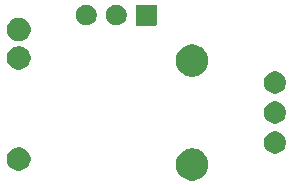
<source format=gbr>
%TF.GenerationSoftware,KiCad,Pcbnew,9.0.3-9.0.3-0~ubuntu22.04.1*%
%TF.CreationDate,2025-07-27T08:05:43-07:00*%
%TF.ProjectId,mixer-chan,6d697865-722d-4636-9861-6e2e6b696361,rev?*%
%TF.SameCoordinates,Original*%
%TF.FileFunction,Soldermask,Bot*%
%TF.FilePolarity,Negative*%
%FSLAX46Y46*%
G04 Gerber Fmt 4.6, Leading zero omitted, Abs format (unit mm)*
G04 Created by KiCad (PCBNEW 9.0.3-9.0.3-0~ubuntu22.04.1) date 2025-07-27 08:05:43*
%MOMM*%
%LPD*%
G01*
G04 APERTURE LIST*
G04 APERTURE END LIST*
G36*
X140722013Y-95770758D02*
G01*
X140926693Y-95837262D01*
X141118450Y-95934967D01*
X141292561Y-96061466D01*
X141444740Y-96213645D01*
X141571239Y-96387756D01*
X141668944Y-96579513D01*
X141735448Y-96784193D01*
X141769115Y-96996756D01*
X141769115Y-97211970D01*
X141735448Y-97424533D01*
X141668944Y-97629213D01*
X141571239Y-97820970D01*
X141444740Y-97995081D01*
X141292561Y-98147260D01*
X141118450Y-98273759D01*
X140926693Y-98371464D01*
X140722013Y-98437968D01*
X140509450Y-98471635D01*
X140294236Y-98471635D01*
X140081673Y-98437968D01*
X139876993Y-98371464D01*
X139685236Y-98273759D01*
X139511125Y-98147260D01*
X139358946Y-97995081D01*
X139232447Y-97820970D01*
X139134742Y-97629213D01*
X139068238Y-97424533D01*
X139034571Y-97211970D01*
X139034571Y-96996756D01*
X139068238Y-96784193D01*
X139134742Y-96579513D01*
X139232447Y-96387756D01*
X139358946Y-96213645D01*
X139511125Y-96061466D01*
X139685236Y-95934967D01*
X139876993Y-95837262D01*
X140081673Y-95770758D01*
X140294236Y-95737091D01*
X140509450Y-95737091D01*
X140722013Y-95770758D01*
G37*
G36*
X126021214Y-95686997D02*
G01*
X126202905Y-95762257D01*
X126366423Y-95871516D01*
X126505484Y-96010577D01*
X126614743Y-96174095D01*
X126690003Y-96355786D01*
X126728369Y-96548669D01*
X126728369Y-96745331D01*
X126690003Y-96938214D01*
X126614743Y-97119905D01*
X126505484Y-97283423D01*
X126366423Y-97422484D01*
X126202905Y-97531743D01*
X126021214Y-97607003D01*
X125828331Y-97645369D01*
X125631669Y-97645369D01*
X125438786Y-97607003D01*
X125257095Y-97531743D01*
X125093577Y-97422484D01*
X124954516Y-97283423D01*
X124845257Y-97119905D01*
X124769997Y-96938214D01*
X124731631Y-96745331D01*
X124731631Y-96548669D01*
X124769997Y-96355786D01*
X124845257Y-96174095D01*
X124954516Y-96010577D01*
X125093577Y-95871516D01*
X125257095Y-95762257D01*
X125438786Y-95686997D01*
X125631669Y-95648631D01*
X125828331Y-95648631D01*
X126021214Y-95686997D01*
G37*
G36*
X147685024Y-94350926D02*
G01*
X147855215Y-94421422D01*
X148008382Y-94523765D01*
X148138641Y-94654024D01*
X148240984Y-94807191D01*
X148311480Y-94977382D01*
X148347418Y-95158056D01*
X148347418Y-95342270D01*
X148311480Y-95522944D01*
X148240984Y-95693135D01*
X148138641Y-95846302D01*
X148008382Y-95976561D01*
X147855215Y-96078904D01*
X147685024Y-96149400D01*
X147504350Y-96185338D01*
X147320136Y-96185338D01*
X147139462Y-96149400D01*
X146969271Y-96078904D01*
X146816104Y-95976561D01*
X146685845Y-95846302D01*
X146583502Y-95693135D01*
X146513006Y-95522944D01*
X146477068Y-95342270D01*
X146477068Y-95158056D01*
X146513006Y-94977382D01*
X146583502Y-94807191D01*
X146685845Y-94654024D01*
X146816104Y-94523765D01*
X146969271Y-94421422D01*
X147139462Y-94350926D01*
X147320136Y-94314988D01*
X147504350Y-94314988D01*
X147685024Y-94350926D01*
G37*
G36*
X147685024Y-91810926D02*
G01*
X147855215Y-91881422D01*
X148008382Y-91983765D01*
X148138641Y-92114024D01*
X148240984Y-92267191D01*
X148311480Y-92437382D01*
X148347418Y-92618056D01*
X148347418Y-92802270D01*
X148311480Y-92982944D01*
X148240984Y-93153135D01*
X148138641Y-93306302D01*
X148008382Y-93436561D01*
X147855215Y-93538904D01*
X147685024Y-93609400D01*
X147504350Y-93645338D01*
X147320136Y-93645338D01*
X147139462Y-93609400D01*
X146969271Y-93538904D01*
X146816104Y-93436561D01*
X146685845Y-93306302D01*
X146583502Y-93153135D01*
X146513006Y-92982944D01*
X146477068Y-92802270D01*
X146477068Y-92618056D01*
X146513006Y-92437382D01*
X146583502Y-92267191D01*
X146685845Y-92114024D01*
X146816104Y-91983765D01*
X146969271Y-91881422D01*
X147139462Y-91810926D01*
X147320136Y-91774988D01*
X147504350Y-91774988D01*
X147685024Y-91810926D01*
G37*
G36*
X147685024Y-89270926D02*
G01*
X147855215Y-89341422D01*
X148008382Y-89443765D01*
X148138641Y-89574024D01*
X148240984Y-89727191D01*
X148311480Y-89897382D01*
X148347418Y-90078056D01*
X148347418Y-90262270D01*
X148311480Y-90442944D01*
X148240984Y-90613135D01*
X148138641Y-90766302D01*
X148008382Y-90896561D01*
X147855215Y-90998904D01*
X147685024Y-91069400D01*
X147504350Y-91105338D01*
X147320136Y-91105338D01*
X147139462Y-91069400D01*
X146969271Y-90998904D01*
X146816104Y-90896561D01*
X146685845Y-90766302D01*
X146583502Y-90613135D01*
X146513006Y-90442944D01*
X146477068Y-90262270D01*
X146477068Y-90078056D01*
X146513006Y-89897382D01*
X146583502Y-89727191D01*
X146685845Y-89574024D01*
X146816104Y-89443765D01*
X146969271Y-89341422D01*
X147139462Y-89270926D01*
X147320136Y-89234988D01*
X147504350Y-89234988D01*
X147685024Y-89270926D01*
G37*
G36*
X140722013Y-86982358D02*
G01*
X140926693Y-87048862D01*
X141118450Y-87146567D01*
X141292561Y-87273066D01*
X141444740Y-87425245D01*
X141571239Y-87599356D01*
X141668944Y-87791113D01*
X141735448Y-87995793D01*
X141769115Y-88208356D01*
X141769115Y-88423570D01*
X141735448Y-88636133D01*
X141668944Y-88840813D01*
X141571239Y-89032570D01*
X141444740Y-89206681D01*
X141292561Y-89358860D01*
X141118450Y-89485359D01*
X140926693Y-89583064D01*
X140722013Y-89649568D01*
X140509450Y-89683235D01*
X140294236Y-89683235D01*
X140081673Y-89649568D01*
X139876993Y-89583064D01*
X139685236Y-89485359D01*
X139511125Y-89358860D01*
X139358946Y-89206681D01*
X139232447Y-89032570D01*
X139134742Y-88840813D01*
X139068238Y-88636133D01*
X139034571Y-88423570D01*
X139034571Y-88208356D01*
X139068238Y-87995793D01*
X139134742Y-87791113D01*
X139232447Y-87599356D01*
X139358946Y-87425245D01*
X139511125Y-87273066D01*
X139685236Y-87146567D01*
X139876993Y-87048862D01*
X140081673Y-86982358D01*
X140294236Y-86948691D01*
X140509450Y-86948691D01*
X140722013Y-86982358D01*
G37*
G36*
X126021214Y-87127197D02*
G01*
X126202905Y-87202457D01*
X126366423Y-87311716D01*
X126505484Y-87450777D01*
X126614743Y-87614295D01*
X126690003Y-87795986D01*
X126728369Y-87988869D01*
X126728369Y-88185531D01*
X126690003Y-88378414D01*
X126614743Y-88560105D01*
X126505484Y-88723623D01*
X126366423Y-88862684D01*
X126202905Y-88971943D01*
X126021214Y-89047203D01*
X125828331Y-89085569D01*
X125631669Y-89085569D01*
X125438786Y-89047203D01*
X125257095Y-88971943D01*
X125093577Y-88862684D01*
X124954516Y-88723623D01*
X124845257Y-88560105D01*
X124769997Y-88378414D01*
X124731631Y-88185531D01*
X124731631Y-87988869D01*
X124769997Y-87795986D01*
X124845257Y-87614295D01*
X124954516Y-87450777D01*
X125093577Y-87311716D01*
X125257095Y-87202457D01*
X125438786Y-87127197D01*
X125631669Y-87088831D01*
X125828331Y-87088831D01*
X126021214Y-87127197D01*
G37*
G36*
X126021214Y-84714197D02*
G01*
X126202905Y-84789457D01*
X126366423Y-84898716D01*
X126505484Y-85037777D01*
X126614743Y-85201295D01*
X126690003Y-85382986D01*
X126728369Y-85575869D01*
X126728369Y-85772531D01*
X126690003Y-85965414D01*
X126614743Y-86147105D01*
X126505484Y-86310623D01*
X126366423Y-86449684D01*
X126202905Y-86558943D01*
X126021214Y-86634203D01*
X125828331Y-86672569D01*
X125631669Y-86672569D01*
X125438786Y-86634203D01*
X125257095Y-86558943D01*
X125093577Y-86449684D01*
X124954516Y-86310623D01*
X124845257Y-86147105D01*
X124769997Y-85965414D01*
X124731631Y-85772531D01*
X124731631Y-85575869D01*
X124769997Y-85382986D01*
X124845257Y-85201295D01*
X124954516Y-85037777D01*
X125093577Y-84898716D01*
X125257095Y-84789457D01*
X125438786Y-84714197D01*
X125631669Y-84675831D01*
X125828331Y-84675831D01*
X126021214Y-84714197D01*
G37*
G36*
X137389542Y-83569893D02*
G01*
X137401870Y-83578130D01*
X137410107Y-83590458D01*
X137413000Y-83605000D01*
X137413000Y-85305000D01*
X137410107Y-85319542D01*
X137401870Y-85331870D01*
X137389542Y-85340107D01*
X137375000Y-85343000D01*
X135675000Y-85343000D01*
X135660458Y-85340107D01*
X135648130Y-85331870D01*
X135639893Y-85319542D01*
X135637000Y-85305000D01*
X135637000Y-83605000D01*
X135639893Y-83590458D01*
X135648130Y-83578130D01*
X135660458Y-83569893D01*
X135675000Y-83567000D01*
X137375000Y-83567000D01*
X137389542Y-83569893D01*
G37*
G36*
X131702773Y-83605237D02*
G01*
X131863600Y-83671854D01*
X132008341Y-83768567D01*
X132131433Y-83891659D01*
X132228146Y-84036400D01*
X132294763Y-84197227D01*
X132328724Y-84367961D01*
X132328724Y-84542039D01*
X132294763Y-84712773D01*
X132228146Y-84873600D01*
X132131433Y-85018341D01*
X132008341Y-85141433D01*
X131863600Y-85238146D01*
X131702773Y-85304763D01*
X131532039Y-85338724D01*
X131357961Y-85338724D01*
X131187227Y-85304763D01*
X131026400Y-85238146D01*
X130881659Y-85141433D01*
X130758567Y-85018341D01*
X130661854Y-84873600D01*
X130595237Y-84712773D01*
X130561276Y-84542039D01*
X130561276Y-84367961D01*
X130595237Y-84197227D01*
X130661854Y-84036400D01*
X130758567Y-83891659D01*
X130881659Y-83768567D01*
X131026400Y-83671854D01*
X131187227Y-83605237D01*
X131357961Y-83571276D01*
X131532039Y-83571276D01*
X131702773Y-83605237D01*
G37*
G36*
X134242773Y-83605237D02*
G01*
X134403600Y-83671854D01*
X134548341Y-83768567D01*
X134671433Y-83891659D01*
X134768146Y-84036400D01*
X134834763Y-84197227D01*
X134868724Y-84367961D01*
X134868724Y-84542039D01*
X134834763Y-84712773D01*
X134768146Y-84873600D01*
X134671433Y-85018341D01*
X134548341Y-85141433D01*
X134403600Y-85238146D01*
X134242773Y-85304763D01*
X134072039Y-85338724D01*
X133897961Y-85338724D01*
X133727227Y-85304763D01*
X133566400Y-85238146D01*
X133421659Y-85141433D01*
X133298567Y-85018341D01*
X133201854Y-84873600D01*
X133135237Y-84712773D01*
X133101276Y-84542039D01*
X133101276Y-84367961D01*
X133135237Y-84197227D01*
X133201854Y-84036400D01*
X133298567Y-83891659D01*
X133421659Y-83768567D01*
X133566400Y-83671854D01*
X133727227Y-83605237D01*
X133897961Y-83571276D01*
X134072039Y-83571276D01*
X134242773Y-83605237D01*
G37*
M02*

</source>
